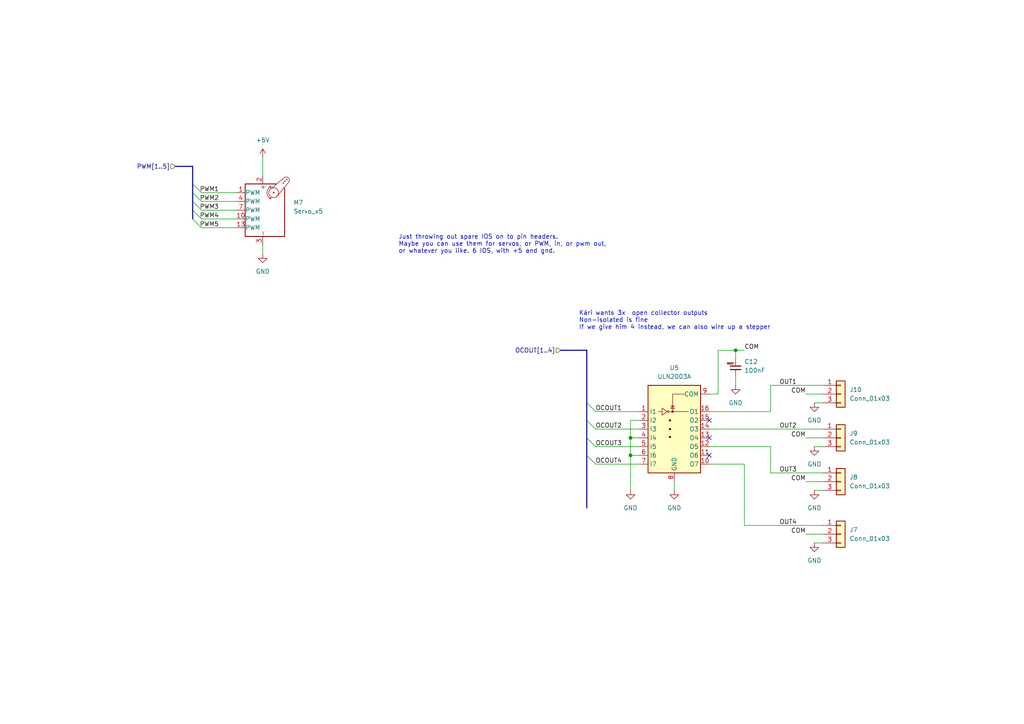
<source format=kicad_sch>
(kicad_sch (version 20231120) (generator "eeschema") (generator_version "8.0")
  (paper "A4")
  (title_block (title "LoadCell Faker") (date "2024-09-30") (rev "1"))
  (lib_symbols
    (symbol "Connector_Generic:Conn_01x03" (pin_names (offset 1.016) hide)
      (property "Reference" "J" (at 0 5.08 0))
      (property "Value" "Conn_01x03" (at 0 -5.08 0))
      (symbol "Conn_01x03_1_1"
        (rectangle (start -1.27 -2.413) (end 0 -2.667) (stroke (width 0.1524)))
        (rectangle (start -1.27 0.127) (end 0 -0.127) (stroke (width 0.1524)))
        (rectangle (start -1.27 2.667) (end 0 2.413) (stroke (width 0.1524)))
        (rectangle (start -1.27 3.81) (end 1.27 -3.81) (stroke (width 0.254)) (fill (type background)))
        (pin passive line (at -5.08 2.54 0) (length 3.81) (name "Pin_1") (number "1"))
        (pin passive line (at -5.08 0 0) (length 3.81) (name "Pin_2") (number "2"))
        (pin passive line (at -5.08 -2.54 0) (length 3.81) (name "Pin_3") (number "3"))
      )
    )
    (symbol "Transistor_Array:ULN2003A"
      (property "Reference" "U" (at 0 15.875 0))
      (property "Value" "ULN2003A" (at 0 13.97 0))
      (symbol "ULN2003A_0_1"
        (rectangle (start -7.62 -12.7) (end 7.62 12.7) (stroke (width 0.254)) (fill (type background)))
        (circle (center -1.778 5.08) (radius 0.254))
        (circle (center -1.27 -2.286) (radius 0.254) (fill (type outline)))
        (circle (center -1.27 0) (radius 0.254) (fill (type outline)))
        (circle (center -1.27 2.54) (radius 0.254) (fill (type outline)))
        (circle (center -0.508 5.08) (radius 0.254) (fill (type outline)))
        (polyline (pts (xy -4.572 5.08) (xy -3.556 5.08)))
        (polyline (pts (xy -1.524 5.08) (xy 4.064 5.08)))
        (polyline (pts (xy 0 6.731) (xy -1.016 6.731)))
        (polyline (pts (xy -0.508 5.08) (xy -0.508 10.16) (xy 2.921 10.16)))
        (polyline (pts (xy -3.556 6.096) (xy -3.556 4.064) (xy -2.032 5.08) (xy -3.556 6.096)))
        (polyline (pts (xy 0 5.969) (xy -1.016 5.969) (xy -0.508 6.731) (xy 0 5.969)))
      )
      (symbol "ULN2003A_1_1"
        (pin input line (at -10.16 5.08 0) (length 2.54) (name "I1") (number "1"))
        (pin open_collector line (at 10.16 -10.16 180) (length 2.54) (name "O7") (number "10"))
        (pin open_collector line (at 10.16 -7.62 180) (length 2.54) (name "O6") (number "11"))
        (pin open_collector line (at 10.16 -5.08 180) (length 2.54) (name "O5") (number "12"))
        (pin open_collector line (at 10.16 -2.54 180) (length 2.54) (name "O4") (number "13"))
        (pin open_collector line (at 10.16 0 180) (length 2.54) (name "O3") (number "14"))
        (pin open_collector line (at 10.16 2.54 180) (length 2.54) (name "O2") (number "15"))
        (pin open_collector line (at 10.16 5.08 180) (length 2.54) (name "O1") (number "16"))
        (pin input line (at -10.16 2.54 0) (length 2.54) (name "I2") (number "2"))
        (pin input line (at -10.16 0 0) (length 2.54) (name "I3") (number "3"))
        (pin input line (at -10.16 -2.54 0) (length 2.54) (name "I4") (number "4"))
        (pin input line (at -10.16 -5.08 0) (length 2.54) (name "I5") (number "5"))
        (pin input line (at -10.16 -7.62 0) (length 2.54) (name "I6") (number "6"))
        (pin input line (at -10.16 -10.16 0) (length 2.54) (name "I7") (number "7"))
        (pin power_in line (at 0 -15.24 90) (length 2.54) (name "GND") (number "8"))
        (pin passive line (at 10.16 10.16 180) (length 2.54) (name "COM") (number "9"))
      )
    )
    (symbol "karl-atomic-basic:KC0603_100nF" (pin_numbers hide) (pin_names (offset 0.254) hide)
      (property "Reference" "C" (at 0.254 1.778 0))
      (property "Value" "100nF" (at 0.254 -2.032 0))
      (symbol "KC0603_100nF_0_1"
        (polyline (pts (xy -1.524 -0.508) (xy 1.524 -0.508)) (stroke (width 0.3302)))
        (polyline (pts (xy -1.524 0.508) (xy 1.524 0.508)) (stroke (width 0.3048)))
      )
      (symbol "KC0603_100nF_1_1"
        (text "0603" (at -1.524 1.27 0) (effects (font (size 0.508 0.508))))
        (pin passive line (at 0 2.54 270) (length 2.032) (name "~") (number "1"))
        (pin passive line (at 0 -2.54 90) (length 2.032) (name "~") (number "2"))
      )
    )
    (symbol "karl-atomic-basic:Motor_Servo_x5" (pin_names (offset 0.0254))
      (property "Reference" "M" (at -5.08 4.445 0))
      (property "Value" "Servo_x5" (at -0.508 -14.732 0))
      (symbol "Motor_Servo_x5_0_1"
        (polyline (pts (xy 2.413 -1.778) (xy 2.032 -1.778)))
        (polyline (pts (xy 2.413 -1.778) (xy 2.286 -1.397)))
        (polyline (pts (xy 2.413 1.778) (xy 1.905 1.778)))
        (polyline (pts (xy 2.413 1.778) (xy 2.286 1.397)))
        (polyline (pts (xy 6.35 4.445) (xy 2.54 1.27)))
        (polyline (pts (xy 7.62 3.175) (xy 4.191 -1.016)))
        (polyline (pts (xy 3.81 2.54) (xy -5.08 2.54) (xy -5.08 -12.7) (xy 6.35 -12.7) (xy 6.35 1.27)) (stroke (width 0.254)))
        (arc (start 2.413 1.778) (mid 1.2406 0) (end 2.413 -1.778))
        (circle (center 3.175 0) (radius 0.1778))
        (circle (center 3.175 0) (radius 1.4224))
        (circle (center 5.969 2.794) (radius 0.127))
        (circle (center 6.477 3.302) (radius 0.127))
        (circle (center 6.985 3.81) (radius 0.127))
        (arc (start 7.62 3.175) (mid 7.4485 4.2735) (end 6.35 4.445))
      )
      (symbol "Motor_Servo_x5_1_1"
        (pin passive line (at -7.62 0 0) (length 2.54) (name "PWM") (number "1"))
        (pin passive line (at -7.62 -7.62 0) (length 2.54) (name "PWM") (number "10"))
        (pin passive line (at 0 5.08 270) (length 2.54) hide (name "+") (number "11"))
        (pin passive line (at 0 -15.24 90) (length 2.54) hide (name "-") (number "12"))
        (pin passive line (at -7.62 -10.16 0) (length 2.54) (name "PWM") (number "13"))
        (pin passive line (at 0 5.08 270) (length 2.54) hide (name "+") (number "14"))
        (pin passive line (at 0 -15.24 90) (length 2.54) hide (name "-") (number "15"))
        (pin passive line (at 0 5.08 270) (length 2.54) (name "+") (number "2"))
        (pin passive line (at 0 -15.24 90) (length 2.54) (name "-") (number "3"))
        (pin passive line (at -7.62 -2.54 0) (length 2.54) (name "PWM") (number "4"))
        (pin passive line (at 0 5.08 270) (length 2.54) hide (name "+") (number "5"))
        (pin passive line (at 0 -15.24 90) (length 2.54) hide (name "-") (number "6"))
        (pin passive line (at -7.62 -5.08 0) (length 2.54) (name "PWM") (number "7"))
        (pin passive line (at 0 5.08 270) (length 2.54) hide (name "+") (number "8"))
        (pin passive line (at 0 -15.24 90) (length 2.54) hide (name "-") (number "9"))
      )
    )
    (symbol "power:+5V" (power) (pin_numbers hide) (pin_names (offset 0) hide)
      (property "Value" "+5V" (at 0 3.556 0))
      (symbol "+5V_0_1"
        (polyline (pts (xy -0.762 1.27) (xy 0 2.54)))
        (polyline (pts (xy 0 0) (xy 0 2.54)))
        (polyline (pts (xy 0 2.54) (xy 0.762 1.27)))
      )
      (symbol "+5V_1_1"
        (pin power_in line (at 0 0 90) (length 0) (name "~") (number "1"))
      )
    )
    (symbol "power:GND" (power) (pin_numbers hide) (pin_names (offset 0) hide)
      (property "Value" "GND" (at 0 -3.81 0))
      (symbol "GND_0_1"
        (polyline (pts (xy 0 0) (xy 0 -1.27) (xy 1.27 -1.27) (xy 0 -2.54) (xy -1.27 -1.27) (xy 0 -1.27)))
      )
      (symbol "GND_1_1"
        (pin power_in line (at 0 0 270) (length 0) (name "~") (number "1"))
      )
    )
  )
  (junction (at 182.88 127))
  (junction (at 213.36 101.6))
  (junction (at 182.88 132.08))
  (no_connect (at 205.74 127))
  (no_connect (at 205.74 121.92))
  (no_connect (at 205.74 132.08))
  (bus_entry (at 170.18 121.92) (size 2.54 2.54))
  (bus_entry (at 55.88 53.34) (size 2.54 2.54))
  (bus_entry (at 55.88 55.88) (size 2.54 2.54))
  (bus_entry (at 170.18 116.84) (size 2.54 2.54))
  (bus_entry (at 170.18 127) (size 2.54 2.54))
  (bus_entry (at 55.88 58.42) (size 2.54 2.54))
  (bus_entry (at 55.88 63.5) (size 2.54 2.54))
  (bus_entry (at 170.18 132.08) (size 2.54 2.54))
  (bus_entry (at 55.88 60.96) (size 2.54 2.54))
  (bus (pts (xy 170.18 147.32) (xy 170.18 132.08)))
  (wire (pts (xy 215.9 152.4) (xy 238.76 152.4)))
  (wire (pts (xy 185.42 121.92) (xy 182.88 121.92)))
  (wire (pts (xy 58.42 63.5) (xy 68.58 63.5)))
  (bus (pts (xy 162.56 101.6) (xy 170.18 101.6)))
  (wire (pts (xy 233.68 139.7) (xy 238.76 139.7)))
  (wire (pts (xy 58.42 58.42) (xy 68.58 58.42)))
  (wire (pts (xy 223.52 137.16) (xy 223.52 129.54)))
  (wire (pts (xy 208.28 114.3) (xy 205.74 114.3)))
  (wire (pts (xy 58.42 66.04) (xy 68.58 66.04)))
  (bus (pts (xy 170.18 127) (xy 170.18 121.92)))
  (wire (pts (xy 195.58 139.7) (xy 195.58 142.24)))
  (wire (pts (xy 223.52 111.76) (xy 238.76 111.76)))
  (wire (pts (xy 182.88 132.08) (xy 182.88 142.24)))
  (wire (pts (xy 182.88 121.92) (xy 182.88 127)))
  (wire (pts (xy 172.72 134.62) (xy 185.42 134.62)))
  (bus (pts (xy 55.88 55.88) (xy 55.88 58.42)))
  (wire (pts (xy 172.72 124.46) (xy 185.42 124.46)))
  (bus (pts (xy 55.88 55.88) (xy 55.88 53.34)))
  (wire (pts (xy 215.9 101.6) (xy 213.36 101.6)))
  (wire (pts (xy 185.42 132.08) (xy 182.88 132.08)))
  (wire (pts (xy 223.52 137.16) (xy 238.76 137.16)))
  (bus (pts (xy 170.18 116.84) (xy 170.18 101.6)))
  (wire (pts (xy 213.36 101.6) (xy 208.28 101.6)))
  (wire (pts (xy 172.72 119.38) (xy 185.42 119.38)))
  (bus (pts (xy 170.18 132.08) (xy 170.18 127)))
  (wire (pts (xy 223.52 119.38) (xy 223.52 111.76)))
  (bus (pts (xy 55.88 53.34) (xy 55.88 48.26)))
  (wire (pts (xy 185.42 127) (xy 182.88 127)))
  (wire (pts (xy 236.22 142.24) (xy 238.76 142.24)))
  (wire (pts (xy 58.42 55.88) (xy 68.58 55.88)))
  (wire (pts (xy 215.9 134.62) (xy 205.74 134.62)))
  (bus (pts (xy 50.8 48.26) (xy 55.88 48.26)))
  (wire (pts (xy 223.52 129.54) (xy 205.74 129.54)))
  (wire (pts (xy 233.68 127) (xy 238.76 127)))
  (wire (pts (xy 205.74 124.46) (xy 238.76 124.46)))
  (wire (pts (xy 205.74 119.38) (xy 223.52 119.38)))
  (wire (pts (xy 182.88 127) (xy 182.88 132.08)))
  (wire (pts (xy 236.22 129.54) (xy 238.76 129.54)))
  (wire (pts (xy 76.2 45.72) (xy 76.2 50.8)))
  (wire (pts (xy 76.2 73.66) (xy 76.2 71.12)))
  (wire (pts (xy 236.22 116.84) (xy 238.76 116.84)))
  (wire (pts (xy 236.22 157.48) (xy 238.76 157.48)))
  (wire (pts (xy 172.72 129.54) (xy 185.42 129.54)))
  (bus (pts (xy 170.18 121.92) (xy 170.18 116.84)))
  (wire (pts (xy 215.9 152.4) (xy 215.9 134.62)))
  (wire (pts (xy 58.42 60.96) (xy 68.58 60.96)))
  (wire (pts (xy 213.36 104.14) (xy 213.36 101.6)))
  (wire (pts (xy 213.36 111.76) (xy 213.36 109.22)))
  (wire (pts (xy 233.68 154.94) (xy 238.76 154.94)))
  (bus (pts (xy 55.88 58.42) (xy 55.88 60.96)))
  (bus (pts (xy 55.88 60.96) (xy 55.88 63.5)))
  (wire (pts (xy 233.68 114.3) (xy 238.76 114.3)))
  (wire (pts (xy 208.28 101.6) (xy 208.28 114.3)))
  (text "Kári wants 3x  open collector outputs\nNon-isolated is fine\nIf we give him 4 instead, we can also wire up a stepper" (at 167.894 92.964 0) (effects (font (size 1.27 1.27)) (justify left)))
  (text "Just throwing out spare IOS on to pin headers.\nMaybe you can use them for servos, or PWM, in, or pwm out,\nor whatever you like. 6 IOS, with +5 and gnd." (at 115.57 70.866 0) (effects (font (size 1.27 1.27)) (justify left)))
  (label "OCOUT3" (at 172.72 129.54 0))
  (label "COM" (at 233.68 127 180))
  (label "PWM4" (at 63.5 63.5 180))
  (label "COM" (at 233.68 114.3 180))
  (label "OUT1" (at 226.06 111.76 0))
  (label "COM" (at 215.9 101.6 0))
  (label "PWM2" (at 63.5 58.42 180))
  (label "COM" (at 233.68 154.94 180))
  (label "PWM5" (at 63.5 66.04 180))
  (label "OCOUT1" (at 172.72 119.38 0))
  (label "PWM3" (at 63.5 60.96 180))
  (label "OCOUT2" (at 172.72 124.46 0))
  (label "OUT4" (at 226.06 152.4 0))
  (label "OUT3" (at 226.06 137.16 0))
  (label "OUT2" (at 226.06 124.46 0))
  (label "COM" (at 233.68 139.7 180))
  (label "PWM1" (at 63.5 55.88 180))
  (label "OCOUT4" (at 172.72 134.62 0))
  (hierarchical_label "PWM[1..5]" (shape input) (at 50.8 48.26 180))
  (hierarchical_label "OCOUT[1..4]" (shape input) (at 162.56 101.6 180))
  (symbol (lib_id "Connector_Generic:Conn_01x03") (at 243.84 139.7 0) (unit 1)
    (property "Reference" "J8" (at 246.38 138.4299 0) (effects (justify left)))
    (property "Value" "Conn_01x03" (at 246.38 140.9699 0) (effects (justify left)))
    (property "Footprint" "Connector_Phoenix_MC:PhoenixContact_MC_1,5_3-G-3.81_1x03_P3.81mm_Horizontal" (effects (hide yes)))
    (property "Description" "Generic connector, single row, 01x03, script generated (kicad-library-utils/schlib/autogen/connector/)" (effects (hide yes)))
    (property "LCSC Part#" "C8406" (effects (hide yes)))
    (property "MPN" "WJ15EDGRC-3.81-3P" (effects (hide yes)))
    (property "LCSC Part #" "C8406" (effects (hide yes)))
  )
  (symbol (lib_id "power:GND") (at 236.22 129.54 0) (unit 1)
    (property "Reference" "#PWR051" (effects (hide yes)))
    (property "Value" "GND" (at 236.22 134.62 0))
    (property "Description" "Power symbol creates a global label with name \"GND\" , ground" (effects (hide yes)))
  )
  (symbol (lib_id "power:+5V") (at 76.2 45.72 0) (unit 1)
    (property "Reference" "#PWR032" (effects (hide yes)))
    (property "Value" "+5V" (at 76.2 40.64 0))
    (property "Description" "Power symbol creates a global label with name \"+5V\"" (effects (hide yes)))
  )
  (symbol (lib_id "Connector_Generic:Conn_01x03") (at 243.84 127 0) (unit 1)
    (property "Reference" "J9" (at 246.38 125.7299 0) (effects (justify left)))
    (property "Value" "Conn_01x03" (at 246.38 128.2699 0) (effects (justify left)))
    (property "Footprint" "Connector_Phoenix_MC:PhoenixContact_MC_1,5_3-G-3.81_1x03_P3.81mm_Horizontal" (effects (hide yes)))
    (property "Description" "Generic connector, single row, 01x03, script generated (kicad-library-utils/schlib/autogen/connector/)" (effects (hide yes)))
    (property "LCSC Part#" "C8406" (effects (hide yes)))
    (property "MPN" "WJ15EDGRC-3.81-3P" (effects (hide yes)))
    (property "LCSC Part #" "C8406" (effects (hide yes)))
  )
  (symbol (lib_id "power:GND") (at 236.22 116.84 0) (unit 1)
    (property "Reference" "#PWR050" (effects (hide yes)))
    (property "Value" "GND" (at 236.22 121.92 0))
    (property "Description" "Power symbol creates a global label with name \"GND\" , ground" (effects (hide yes)))
  )
  (symbol (lib_id "power:GND") (at 182.88 142.24 0) (unit 1)
    (property "Reference" "#PWR053" (effects (hide yes)))
    (property "Value" "GND" (at 182.88 147.32 0))
    (property "Description" "Power symbol creates a global label with name \"GND\" , ground" (effects (hide yes)))
  )
  (symbol (lib_id "power:GND") (at 195.58 142.24 0) (unit 1)
    (property "Reference" "#PWR052" (effects (hide yes)))
    (property "Value" "GND" (at 195.58 147.32 0))
    (property "Description" "Power symbol creates a global label with name \"GND\" , ground" (effects (hide yes)))
  )
  (symbol (lib_id "Connector_Generic:Conn_01x03") (at 243.84 154.94 0) (unit 1)
    (property "Reference" "J7" (at 246.38 153.6699 0) (effects (justify left)))
    (property "Value" "Conn_01x03" (at 246.38 156.2099 0) (effects (justify left)))
    (property "Footprint" "Connector_Phoenix_MC:PhoenixContact_MC_1,5_3-G-3.81_1x03_P3.81mm_Horizontal" (effects (hide yes)))
    (property "Description" "Generic connector, single row, 01x03, script generated (kicad-library-utils/schlib/autogen/connector/)" (effects (hide yes)))
    (property "LCSC Part#" "C8406" (effects (hide yes)))
    (property "MPN" "WJ15EDGRC-3.81-3P" (effects (hide yes)))
    (property "LCSC Part #" "C8406" (effects (hide yes)))
  )
  (symbol (lib_id "Connector_Generic:Conn_01x03") (at 243.84 114.3 0) (unit 1)
    (property "Reference" "J10" (at 246.38 113.0299 0) (effects (justify left)))
    (property "Value" "Conn_01x03" (at 246.38 115.5699 0) (effects (justify left)))
    (property "Footprint" "Connector_Phoenix_MC:PhoenixContact_MC_1,5_3-G-3.81_1x03_P3.81mm_Horizontal" (effects (hide yes)))
    (property "Description" "Generic connector, single row, 01x03, script generated (kicad-library-utils/schlib/autogen/connector/)" (effects (hide yes)))
    (property "LCSC Part#" "C8406" (effects (hide yes)))
    (property "MPN" "WJ15EDGRC-3.81-3P" (effects (hide yes)))
    (property "LCSC Part #" "C8406" (effects (hide yes)))
  )
  (symbol (lib_id "karl-atomic-basic:KC0603_100nF") (at 213.36 106.68 0) (unit 1)
    (property "Reference" "C12" (at 215.9 104.9071 0) (effects (justify left)))
    (property "Value" "100nF" (at 215.9 107.4471 0) (effects (justify left)))
    (property "Footprint" "Capacitor_SMD:C_0603_1608Metric" (effects (hide yes)))
    (property "Description" "50V, X7R" (effects (hide yes)))
    (property "MPN" "CC0603KRX7R9BB104" (effects (hide yes)))
    (property "LCSC Part#" "C14663" (effects (hide yes)))
    (property "LCSC Part #" "C14663" (effects (hide yes)))
  )
  (symbol (lib_id "power:GND") (at 236.22 142.24 0) (unit 1)
    (property "Reference" "#PWR049" (effects (hide yes)))
    (property "Value" "GND" (at 236.22 147.32 0))
    (property "Description" "Power symbol creates a global label with name \"GND\" , ground" (effects (hide yes)))
  )
  (symbol (lib_id "power:GND") (at 76.2 73.66 0) (unit 1)
    (property "Reference" "#PWR033" (effects (hide yes)))
    (property "Value" "GND" (at 76.2 78.74 0))
    (property "Description" "Power symbol creates a global label with name \"GND\" , ground" (effects (hide yes)))
  )
  (symbol (lib_id "Transistor_Array:ULN2003A") (at 195.58 124.46 0) (unit 1)
    (property "Reference" "U5" (at 195.58 106.68 0))
    (property "Value" "ULN2003A" (at 195.58 109.22 0))
    (property "Footprint" "Package_SO:SOIC-16_3.9x9.9mm_P1.27mm" (effects (hide yes)))
    (property "Datasheet" "http://www.ti.com/lit/ds/symlink/uln2003a.pdf" (effects (hide yes)))
    (property "Description" "High Voltage, High Current Darlington Transistor Arrays, SOIC16/SOIC16W/DIP16/TSSOP16" (effects (hide yes)))
    (property "MPN" "ULN2003ADR" (effects (hide yes)))
    (property "LCSC Part#" "C7512" (effects (hide yes)))
    (property "LCSC Part #" "C7512" (effects (hide yes)))
  )
  (symbol (lib_id "karl-atomic-basic:Motor_Servo_x5") (at 76.2 55.88 0) (unit 1)
    (property "Reference" "M7" (at 85.09 58.7485 0) (effects (justify left)))
    (property "Value" "Servo_x5" (at 85.09 61.2885 0) (effects (justify left)))
    (property "Footprint" "jlc-extras:PinHeader_3x05_P2.54mm_Vertical" (effects (hide yes)))
    (property "Description" "triple row servo connector, x5" (effects (hide yes)))
    (property "MPN" "HX PZ2.54-3x5P ZZ" (effects (hide yes)))
    (property "LCSC Part#" "C32713292" (effects (hide yes)))
    (property "LCSC Part #" "C32713292" (effects (hide yes)))
  )
  (symbol (lib_id "power:GND") (at 236.22 157.48 0) (unit 1)
    (property "Reference" "#PWR055" (effects (hide yes)))
    (property "Value" "GND" (at 236.22 162.56 0))
    (property "Description" "Power symbol creates a global label with name \"GND\" , ground" (effects (hide yes)))
  )
  (symbol (lib_id "power:GND") (at 213.36 111.76 0) (unit 1)
    (property "Reference" "#PWR054" (effects (hide yes)))
    (property "Value" "GND" (at 213.36 116.84 0))
    (property "Description" "Power symbol creates a global label with name \"GND\" , ground" (effects (hide yes)))
  )
)
</source>
